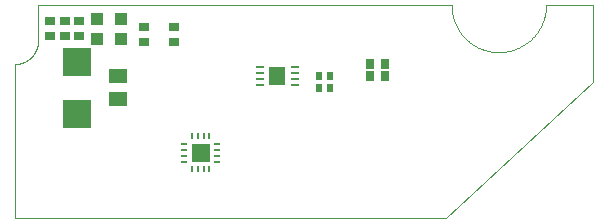
<source format=gtp>
G04 EAGLE Gerber RS-274X export*
G75*
%MOMM*%
%FSLAX35Y35*%
%LPD*%
%INsolder_paste_top*%
%IPPOS*%
%AMOC8*
5,1,8,0,0,1.08239X$1,22.5*%
G01*
%ADD10C,0.010000*%
%ADD11R,0.800000X0.250000*%
%ADD12R,1.400000X1.600000*%
%ADD13R,0.600000X0.700000*%
%ADD14R,0.700000X0.900000*%
%ADD15R,1.100000X1.000000*%
%ADD16R,0.900000X0.700000*%
%ADD17R,1.500000X1.300000*%
%ADD18R,2.400000X2.400000*%
%ADD19R,0.240000X0.600000*%
%ADD20R,0.600000X0.240000*%
%ADD21R,1.600000X1.600000*%


D10*
X0Y0D02*
X3650000Y0D01*
X4900000Y1150000D02*
X4900000Y1800000D01*
X4500000Y1800000D01*
X3700000Y1800000D02*
X200000Y1800000D01*
X0Y1300000D02*
X0Y0D01*
X3650000Y0D02*
X4900000Y1150000D01*
X4500000Y1800000D02*
X4499881Y1790260D01*
X4499526Y1780525D01*
X4498933Y1770802D01*
X4498104Y1761096D01*
X4497038Y1751413D01*
X4495737Y1741760D01*
X4494202Y1732140D01*
X4492432Y1722561D01*
X4490430Y1713028D01*
X4488197Y1703546D01*
X4485733Y1694122D01*
X4483040Y1684760D01*
X4480120Y1675467D01*
X4476975Y1666248D01*
X4473606Y1657108D01*
X4470016Y1648052D01*
X4466206Y1639087D01*
X4462179Y1630217D01*
X4457938Y1621448D01*
X4453483Y1612785D01*
X4448820Y1604233D01*
X4443949Y1595797D01*
X4438875Y1587482D01*
X4433599Y1579293D01*
X4428126Y1571235D01*
X4422458Y1563313D01*
X4416599Y1555531D01*
X4410552Y1547894D01*
X4404320Y1540406D01*
X4397909Y1533072D01*
X4391321Y1525897D01*
X4384560Y1518885D01*
X4377630Y1512039D01*
X4370535Y1505363D01*
X4363280Y1498863D01*
X4355869Y1492541D01*
X4348306Y1486402D01*
X4340596Y1480448D01*
X4332744Y1474684D01*
X4324753Y1469113D01*
X4316629Y1463738D01*
X4308376Y1458563D01*
X4300000Y1453590D01*
X4291505Y1448822D01*
X4282897Y1444263D01*
X4274180Y1439915D01*
X4265360Y1435780D01*
X4256442Y1431862D01*
X4247431Y1428161D01*
X4238333Y1424681D01*
X4229152Y1421424D01*
X4219895Y1418391D01*
X4210567Y1415585D01*
X4201173Y1413007D01*
X4191720Y1410658D01*
X4182212Y1408540D01*
X4172655Y1406654D01*
X4163055Y1405001D01*
X4153417Y1403583D01*
X4143748Y1402400D01*
X4134054Y1401452D01*
X4124338Y1400741D01*
X4114609Y1400267D01*
X4104871Y1400030D01*
X4095129Y1400030D01*
X4085391Y1400267D01*
X4075662Y1400741D01*
X4065946Y1401452D01*
X4056252Y1402400D01*
X4046583Y1403583D01*
X4036945Y1405001D01*
X4027345Y1406654D01*
X4017788Y1408540D01*
X4008280Y1410658D01*
X3998827Y1413007D01*
X3989433Y1415585D01*
X3980105Y1418391D01*
X3970848Y1421424D01*
X3961667Y1424681D01*
X3952569Y1428161D01*
X3943558Y1431862D01*
X3934640Y1435780D01*
X3925820Y1439915D01*
X3917103Y1444263D01*
X3908495Y1448822D01*
X3900000Y1453590D01*
X3891624Y1458563D01*
X3883371Y1463738D01*
X3875247Y1469113D01*
X3867256Y1474684D01*
X3859404Y1480448D01*
X3851694Y1486402D01*
X3844131Y1492541D01*
X3836720Y1498863D01*
X3829465Y1505363D01*
X3822370Y1512039D01*
X3815440Y1518885D01*
X3808679Y1525897D01*
X3802091Y1533072D01*
X3795680Y1540406D01*
X3789448Y1547894D01*
X3783401Y1555531D01*
X3777542Y1563313D01*
X3771874Y1571235D01*
X3766401Y1579293D01*
X3761125Y1587482D01*
X3756051Y1595797D01*
X3751180Y1604233D01*
X3746517Y1612785D01*
X3742062Y1621448D01*
X3737821Y1630217D01*
X3733794Y1639087D01*
X3729984Y1648052D01*
X3726394Y1657108D01*
X3723025Y1666248D01*
X3719880Y1675467D01*
X3716960Y1684760D01*
X3714267Y1694122D01*
X3711803Y1703546D01*
X3709570Y1713028D01*
X3707568Y1722561D01*
X3705798Y1732140D01*
X3704263Y1741760D01*
X3702962Y1751413D01*
X3701896Y1761096D01*
X3701067Y1770802D01*
X3700474Y1780525D01*
X3700119Y1790260D01*
X3700000Y1800000D01*
X200000Y1800000D02*
X200000Y1500000D01*
X199942Y1495167D01*
X199766Y1490337D01*
X199475Y1485513D01*
X199066Y1480697D01*
X198542Y1475893D01*
X197901Y1471102D01*
X197145Y1466329D01*
X196274Y1461575D01*
X195288Y1456843D01*
X194188Y1452137D01*
X192975Y1447459D01*
X191649Y1442811D01*
X190211Y1438197D01*
X188662Y1433618D01*
X187003Y1429079D01*
X185235Y1424581D01*
X183358Y1420127D01*
X181375Y1415720D01*
X179285Y1411362D01*
X177091Y1407055D01*
X174794Y1402803D01*
X172394Y1398608D01*
X169894Y1394472D01*
X167294Y1390397D01*
X164597Y1386387D01*
X161803Y1382443D01*
X158916Y1378567D01*
X155935Y1374763D01*
X152863Y1371032D01*
X149702Y1367375D01*
X146454Y1363797D01*
X143120Y1360298D01*
X139702Y1356880D01*
X136203Y1353546D01*
X132625Y1350298D01*
X128968Y1347137D01*
X125237Y1344065D01*
X121433Y1341084D01*
X117557Y1338197D01*
X113613Y1335403D01*
X109603Y1332706D01*
X105528Y1330106D01*
X101392Y1327606D01*
X97197Y1325206D01*
X92945Y1322909D01*
X88638Y1320715D01*
X84280Y1318625D01*
X79873Y1316642D01*
X75419Y1314765D01*
X70921Y1312997D01*
X66382Y1311338D01*
X61803Y1309789D01*
X57189Y1308351D01*
X52541Y1307025D01*
X47863Y1305812D01*
X43157Y1304712D01*
X38425Y1303726D01*
X33671Y1302855D01*
X28898Y1302099D01*
X24107Y1301458D01*
X19303Y1300934D01*
X14487Y1300525D01*
X9663Y1300234D01*
X4833Y1300058D01*
X0Y1300000D01*
D11*
X2075000Y1275000D03*
X2075000Y1225000D03*
X2075000Y1175000D03*
X2075000Y1125000D03*
X2375000Y1125000D03*
X2375000Y1175000D03*
X2375000Y1225000D03*
X2375000Y1275000D03*
D12*
X2225000Y1200000D03*
D13*
X2575000Y1200000D03*
X2675000Y1200000D03*
X2575000Y1100000D03*
X2675000Y1100000D03*
D14*
X3010000Y1300000D03*
X3140000Y1300000D03*
X3010000Y1200000D03*
X3140000Y1200000D03*
D15*
X900000Y1515000D03*
X900000Y1685000D03*
X700000Y1685000D03*
X700000Y1515000D03*
D16*
X300000Y1535000D03*
X300000Y1665000D03*
D17*
X875000Y1195000D03*
X875000Y1005000D03*
D16*
X550000Y1535000D03*
X550000Y1665000D03*
X425000Y1535000D03*
X425000Y1665000D03*
D18*
X525000Y1320000D03*
X525000Y880000D03*
D19*
X1650000Y690000D03*
X1600000Y690000D03*
X1550000Y690000D03*
X1500000Y690000D03*
D20*
X1435000Y625000D03*
X1435000Y575000D03*
X1435000Y525000D03*
X1435000Y475000D03*
D19*
X1500000Y410000D03*
X1550000Y410000D03*
X1600000Y410000D03*
X1650000Y410000D03*
D20*
X1715000Y475000D03*
X1715000Y525000D03*
X1715000Y575000D03*
X1715000Y625000D03*
D21*
X1575000Y550000D03*
D16*
X1100000Y1485000D03*
X1100000Y1615000D03*
X1350000Y1615000D03*
X1350000Y1485000D03*
M02*

</source>
